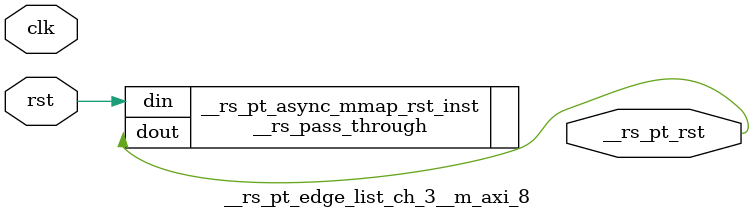
<source format=v>
`timescale 1 ns / 1 ps
/**   Generated by RapidStream   **/
module __rs_pt_edge_list_ch_3__m_axi_8 #(
    parameter BufferSize         = 32,
    parameter BufferSizeLog      = 5,
    parameter AddrWidth          = 64,
    parameter AxiSideAddrWidth   = 64,
    parameter DataWidth          = 512,
    parameter DataWidthBytesLog  = 6,
    parameter WaitTimeWidth      = 4,
    parameter BurstLenWidth      = 8,
    parameter EnableReadChannel  = 1,
    parameter EnableWriteChannel = 1,
    parameter MaxWaitTime        = 3,
    parameter MaxBurstLen        = 15
) (
    output wire __rs_pt_rst,
    input wire  clk,
    input wire  rst
);




__rs_pass_through #(
    .WIDTH (1)
) __rs_pt_async_mmap_rst_inst /**   Generated by RapidStream   **/ (
    .din  (rst),
    .dout (__rs_pt_rst)
);

endmodule  // __rs_pt_edge_list_ch_3__m_axi_8
</source>
